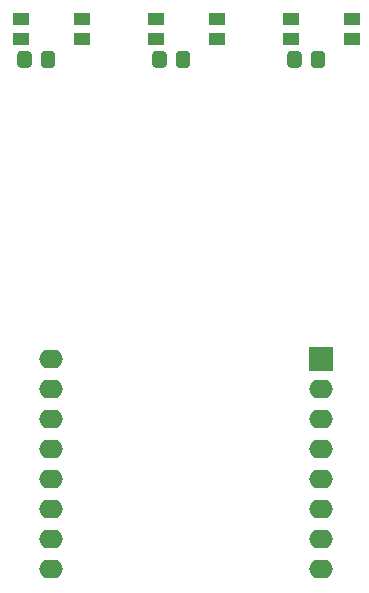
<source format=gbr>
%TF.GenerationSoftware,KiCad,Pcbnew,(5.1.7)-1*%
%TF.CreationDate,2020-11-03T00:11:48-08:00*%
%TF.ProjectId,testpcb,74657374-7063-4622-9e6b-696361645f70,rev?*%
%TF.SameCoordinates,Original*%
%TF.FileFunction,Soldermask,Bot*%
%TF.FilePolarity,Negative*%
%FSLAX46Y46*%
G04 Gerber Fmt 4.6, Leading zero omitted, Abs format (unit mm)*
G04 Created by KiCad (PCBNEW (5.1.7)-1) date 2020-11-03 00:11:48*
%MOMM*%
%LPD*%
G01*
G04 APERTURE LIST*
%ADD10R,1.450000X1.000000*%
%ADD11O,2.000000X1.600000*%
%ADD12R,2.000000X2.000000*%
G04 APERTURE END LIST*
D10*
%TO.C,brightness*%
X45685000Y-88050000D03*
X50835000Y-88050000D03*
X50835000Y-89750000D03*
X45685000Y-89750000D03*
%TD*%
%TO.C,:P*%
X57115000Y-88050000D03*
X62265000Y-88050000D03*
X62265000Y-89750000D03*
X57115000Y-89750000D03*
%TD*%
%TO.C,color*%
X68545000Y-88050000D03*
X73695000Y-88050000D03*
X73695000Y-89750000D03*
X68545000Y-89750000D03*
%TD*%
%TO.C,r_main*%
G36*
G01*
X58820000Y-91890001D02*
X58820000Y-90989999D01*
G75*
G02*
X59069999Y-90740000I249999J0D01*
G01*
X59770001Y-90740000D01*
G75*
G02*
X60020000Y-90989999I0J-249999D01*
G01*
X60020000Y-91890001D01*
G75*
G02*
X59770001Y-92140000I-249999J0D01*
G01*
X59069999Y-92140000D01*
G75*
G02*
X58820000Y-91890001I0J249999D01*
G01*
G37*
G36*
G01*
X56820000Y-91890001D02*
X56820000Y-90989999D01*
G75*
G02*
X57069999Y-90740000I249999J0D01*
G01*
X57770001Y-90740000D01*
G75*
G02*
X58020000Y-90989999I0J-249999D01*
G01*
X58020000Y-91890001D01*
G75*
G02*
X57770001Y-92140000I-249999J0D01*
G01*
X57069999Y-92140000D01*
G75*
G02*
X56820000Y-91890001I0J249999D01*
G01*
G37*
%TD*%
%TO.C,r_brightness*%
G36*
G01*
X47390000Y-91890001D02*
X47390000Y-90989999D01*
G75*
G02*
X47639999Y-90740000I249999J0D01*
G01*
X48340001Y-90740000D01*
G75*
G02*
X48590000Y-90989999I0J-249999D01*
G01*
X48590000Y-91890001D01*
G75*
G02*
X48340001Y-92140000I-249999J0D01*
G01*
X47639999Y-92140000D01*
G75*
G02*
X47390000Y-91890001I0J249999D01*
G01*
G37*
G36*
G01*
X45390000Y-91890001D02*
X45390000Y-90989999D01*
G75*
G02*
X45639999Y-90740000I249999J0D01*
G01*
X46340001Y-90740000D01*
G75*
G02*
X46590000Y-90989999I0J-249999D01*
G01*
X46590000Y-91890001D01*
G75*
G02*
X46340001Y-92140000I-249999J0D01*
G01*
X45639999Y-92140000D01*
G75*
G02*
X45390000Y-91890001I0J249999D01*
G01*
G37*
%TD*%
%TO.C,r_color*%
G36*
G01*
X70250000Y-91890001D02*
X70250000Y-90989999D01*
G75*
G02*
X70499999Y-90740000I249999J0D01*
G01*
X71200001Y-90740000D01*
G75*
G02*
X71450000Y-90989999I0J-249999D01*
G01*
X71450000Y-91890001D01*
G75*
G02*
X71200001Y-92140000I-249999J0D01*
G01*
X70499999Y-92140000D01*
G75*
G02*
X70250000Y-91890001I0J249999D01*
G01*
G37*
G36*
G01*
X68250000Y-91890001D02*
X68250000Y-90989999D01*
G75*
G02*
X68499999Y-90740000I249999J0D01*
G01*
X69200001Y-90740000D01*
G75*
G02*
X69450000Y-90989999I0J-249999D01*
G01*
X69450000Y-91890001D01*
G75*
G02*
X69200001Y-92140000I-249999J0D01*
G01*
X68499999Y-92140000D01*
G75*
G02*
X68250000Y-91890001I0J249999D01*
G01*
G37*
%TD*%
D11*
%TO.C,U1*%
X48260000Y-116840000D03*
X48260000Y-119380000D03*
X48260000Y-121920000D03*
X48260000Y-124460000D03*
X48260000Y-127000000D03*
X48260000Y-129540000D03*
X48260000Y-132080000D03*
X48260000Y-134620000D03*
X71120000Y-134620000D03*
X71120000Y-132080000D03*
X71120000Y-129540000D03*
X71120000Y-127000000D03*
X71120000Y-124460000D03*
X71120000Y-121920000D03*
D12*
X71120000Y-116840000D03*
D11*
X71120000Y-119380000D03*
%TD*%
M02*

</source>
